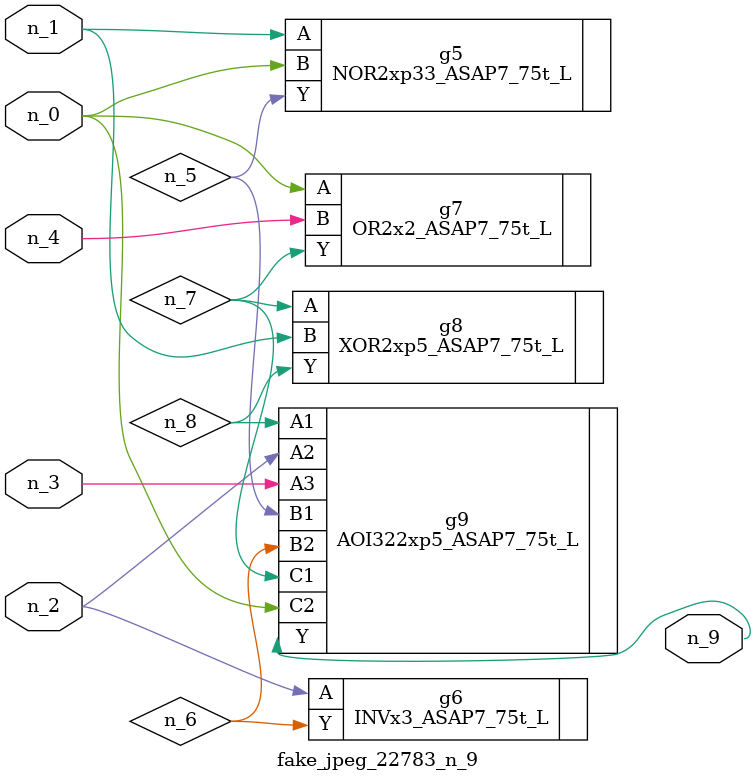
<source format=v>
module fake_jpeg_22783_n_9 (n_3, n_2, n_1, n_0, n_4, n_9);

input n_3;
input n_2;
input n_1;
input n_0;
input n_4;

output n_9;

wire n_8;
wire n_6;
wire n_5;
wire n_7;

NOR2xp33_ASAP7_75t_L g5 ( 
.A(n_1),
.B(n_0),
.Y(n_5)
);

INVx3_ASAP7_75t_L g6 ( 
.A(n_2),
.Y(n_6)
);

OR2x2_ASAP7_75t_L g7 ( 
.A(n_0),
.B(n_4),
.Y(n_7)
);

XOR2xp5_ASAP7_75t_L g8 ( 
.A(n_7),
.B(n_1),
.Y(n_8)
);

AOI322xp5_ASAP7_75t_L g9 ( 
.A1(n_8),
.A2(n_2),
.A3(n_3),
.B1(n_5),
.B2(n_6),
.C1(n_7),
.C2(n_0),
.Y(n_9)
);


endmodule
</source>
